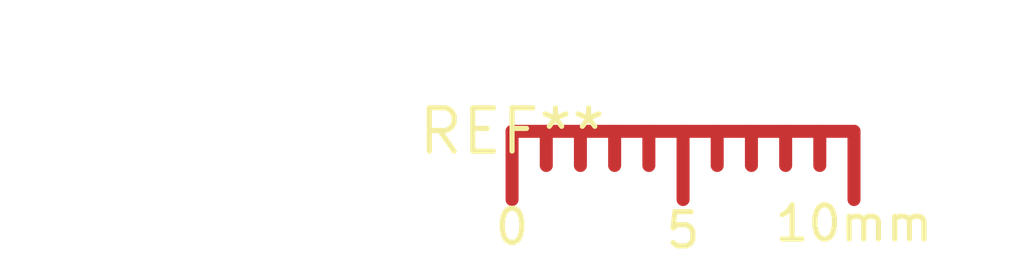
<source format=kicad_pcb>
(kicad_pcb (version 20240108) (generator pcbnew)
  (layers (0 "F.Cu" signal) (31 "B.Cu" signal) (34 "B.Paste" user) (35 "F.Paste" user) (36 "B.SilkS" user "B.Silkscreen") (37 "F.SilkS" user "F.Silkscreen") (38 "B.Mask" user) (39 "F.Mask" user) (44 "Edge.Cuts" user))
  (net 0 "")
  (footprint "Gauge_10mm_Type1_CopperTop" (layer "F.Cu") (at 0 0)
    (property "Reference" "REF**")
    (property "Value" "Gauge_10mm_Type1_CopperTop")
    (fp_line (start 0 0) (end 0 1.99898) (layer "F.Cu") (stroke (width 0.381)))
    (fp_line (start 0 0) (end 9.99998 0) (layer "F.Cu") (stroke (width 0.381)))
    (fp_line (start 1.00076 0) (end 1.00076 1.00076) (layer "F.Cu") (stroke (width 0.381)))
    (fp_line (start 1.99898 0) (end 1.99898 1.00076) (layer "F.Cu") (stroke (width 0.381)))
    (fp_line (start 2.99974 0) (end 2.99974 1.00076) (layer "F.Cu") (stroke (width 0.381)))
    (fp_line (start 4.0005 0) (end 4.0005 1.00076) (layer "F.Cu") (stroke (width 0.381)))
    (fp_line (start 5.00126 0) (end 5.00126 1.99898) (layer "F.Cu") (stroke (width 0.381)))
    (fp_line (start 5.99948 0) (end 5.99948 1.00076) (layer "F.Cu") (stroke (width 0.381)))
    (fp_line (start 7.00024 0) (end 7.00024 1.00076) (layer "F.Cu") (stroke (width 0.381)))
    (fp_line (start 8.001 0) (end 8.001 1.00076) (layer "F.Cu") (stroke (width 0.381)))
    (fp_line (start 8.99922 0) (end 8.99922 1.00076) (layer "F.Cu") (stroke (width 0.381)))
    (fp_line (start 9.99998 0) (end 9.99998 1.99898) (layer "F.Cu") (stroke (width 0.381)))
    (fp_text user "0" (at 0 2.79908 0) (layer "F.SilkS"))
    (fp_text user "10mm" (at 9.99998 2.70002 0) (layer "F.SilkS"))
    (fp_text user "5" (at 4.99872 2.90068 0) (layer "F.SilkS"))
  )
)
</source>
